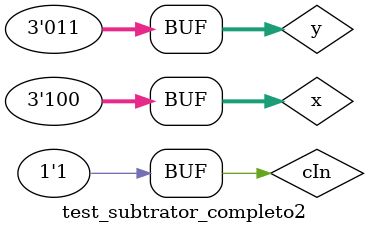
<source format=v>

module meio_subtrator (output saida, output carryOut, input a, input b);
	
	wire saida_not;
	
	not NOT1 (saida_not, a);
	
	xor XOR1 (saida, a, b);
	
	and AND1 (carryOut, saida_not, b);

endmodule // -- meio_subtrator

// -------------------------
// --- subtrator completo
// -------------------------
module subtrator_completo (output saida, output carryOut, input a, input b, input carryIn);
	
	wire [2:0]s;
	
	meio_subtrator MS1 (s[0], s[1], a, b);
	meio_subtrator MS2 (saida, s[2], s[0], carryIn);
	
	or OR1 (carryOut, s[1], s[2]);

endmodule // -- subtrator_completo

// -------------------------
// --- subtrator completo 2
// -------------------------
module subtrator_completo2 (output [2:0]saida, output carryOut, input [2:0]a, input [2:0]b, input carryIn);
	
	wire [2:0]s;
	
	subtrator_completo SC1 (saida[0], s[0], a[0], b[0], carryIn);
	subtrator_completo SC2 (saida[1], s[1], a[1], b[1], s[0]);
	subtrator_completo SC4 (saida[2], carryOut, a[2], b[2], s[1]);
	
endmodule // -- subtrator_completo 2

// -------------------------
// --- modulo de teste
// -------------------------
module test_subtrator_completo2;

	reg  [2:0] x;
	reg  [2:0] y;
	reg  cIn;
	
	wire [2:0] z;
	wire cOut;
	
	subtrator_completo2 modulo (z, cOut, x, y, cIn);
	
	// --- parte principal
	initial begin
		$display("Exemplo0022 - Guia04 - Ana Cristina - 427385");
		$display("Test ALU's subtrator completo \n");
		
		$display("x - y - carryIn\t = carryOut  saida \n");
		
		#1 x = 3'b001; y = 3'b010; cIn = 0;
		$monitor("%3b - %3b - %b = %b %3b", x, y, cIn, cOut, z);
		
		#1 x = 3'b001; y = 3'b010; cIn = 1;
		
		#1 x = 3'b101; y = 3'b110; cIn = 0;
		#1 x = 3'b101; y = 3'b110; cIn = 1;
		
		#1 x = 3'b111; y = 3'b110; cIn = 0;
		#1 x = 3'b111; y = 3'b110; cIn = 1;
		
		#1 x = 3'b100; y = 3'b011; cIn = 0;
		#1 x = 3'b100; y = 3'b011; cIn = 1;
		
	end

endmodule // -- test_subtrator_completo2
// --- previsao de testes
// -- x - y - carryIn	 = carryOut  saida
// -- 
// -- 001 - 010 - 0 = 1 111
// -- 001 - 010 - 1 = 1 110
// -- 101 - 110 - 0 = 1 111
// -- 101 - 110 - 1 = 1 110
// -- 111 - 110 - 0 = 0 001
// -- 111 - 110 - 1 = 0 000
// -- 100 - 011 - 0 = 0 001
// -- 100 - 011 - 1 = 0 000
</source>
